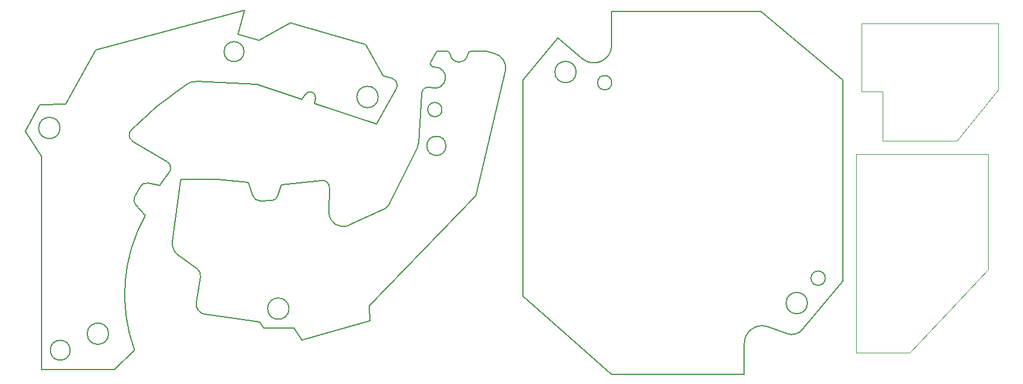
<source format=gbr>
%TF.GenerationSoftware,KiCad,Pcbnew,(7.0.0)*%
%TF.CreationDate,2023-05-27T11:58:37+01:00*%
%TF.ProjectId,all,616c6c2e-6b69-4636-9164-5f7063625858,rev?*%
%TF.SameCoordinates,Original*%
%TF.FileFunction,Profile,NP*%
%FSLAX46Y46*%
G04 Gerber Fmt 4.6, Leading zero omitted, Abs format (unit mm)*
G04 Created by KiCad (PCBNEW (7.0.0)) date 2023-05-27 11:58:37*
%MOMM*%
%LPD*%
G01*
G04 APERTURE LIST*
%TA.AperFunction,Profile*%
%ADD10C,0.200000*%
%TD*%
%TA.AperFunction,Profile*%
%ADD11C,0.100000*%
%TD*%
G04 APERTURE END LIST*
D10*
X78628546Y-56554483D02*
X87309154Y-59452228D01*
X40267553Y-63957838D02*
X40236116Y-93983244D01*
X58189574Y-66200089D02*
X56824246Y-68026526D01*
X47866241Y-48960753D02*
X68752029Y-43372794D01*
X68688433Y-49236831D02*
G75*
G03*
X68688433Y-49236831I-1400000J0D01*
G01*
X54803434Y-72301706D02*
X53450932Y-70762703D01*
X52865598Y-60241089D02*
G75*
G03*
X53032926Y-61832165I680443J-732777D01*
G01*
X50513665Y-93994005D02*
X53303265Y-91213955D01*
X53032926Y-61832165D02*
X57901771Y-64743051D01*
X88216073Y-52622172D02*
X89491395Y-52986044D01*
X78628546Y-56554483D02*
X78726153Y-55721118D01*
X39997807Y-56700927D02*
X37924065Y-60442057D01*
X49655350Y-88910489D02*
G75*
G03*
X49655350Y-88910489I-1499999J0D01*
G01*
X70475058Y-53833956D02*
X76859108Y-55962658D01*
X44264058Y-91236906D02*
G75*
G03*
X44264058Y-91236906I-1400000J0D01*
G01*
X47866241Y-48960753D02*
X43599594Y-56657986D01*
X70802766Y-47653848D02*
X75195620Y-45211265D01*
X75195620Y-45211265D02*
X85773491Y-48229319D01*
X55162175Y-67730861D02*
G75*
G03*
X54116713Y-68222922I-175115J-984597D01*
G01*
X43599594Y-56657986D02*
X39997807Y-56700927D01*
X55162175Y-67730861D02*
X56824246Y-68026526D01*
X56406775Y-56952660D02*
X60641367Y-53830414D01*
X40236116Y-93983244D02*
X50513665Y-93994005D01*
X78726152Y-55721118D02*
G75*
G03*
X77270458Y-55326656I-755695J94463D01*
G01*
X61919736Y-53442253D02*
G75*
G03*
X60641367Y-53830415I-91466J-1997930D01*
G01*
X67815642Y-46801568D02*
X68752029Y-43372794D01*
X53331765Y-69610094D02*
G75*
G03*
X53450932Y-70762703I870223J-492493D01*
G01*
X90091647Y-54432478D02*
G75*
G03*
X89491395Y-52986044I-874589J484822D01*
G01*
X85773491Y-48229319D02*
X88216073Y-52622172D01*
X42828767Y-59972663D02*
G75*
G03*
X42828767Y-59972663I-1499999J0D01*
G01*
X61919736Y-53442252D02*
X70475058Y-53833956D01*
X58189574Y-66200089D02*
G75*
G03*
X57901771Y-64743051I-801041J598717D01*
G01*
X54803435Y-72301706D02*
G75*
G03*
X53303266Y-91213955I19897669J-11093958D01*
G01*
X53331764Y-69610094D02*
X54116712Y-68222922D01*
X87309154Y-59452228D02*
X90091646Y-54432478D01*
X70802766Y-47653848D02*
X67815642Y-46801568D01*
X87552344Y-55607816D02*
G75*
G03*
X87552344Y-55607816I-1500001J0D01*
G01*
X76859108Y-55962658D02*
X77270457Y-55326656D01*
X56406775Y-56952660D02*
X52865598Y-60241089D01*
X37924065Y-60442057D02*
X40267553Y-63957838D01*
D11*
X173214160Y-79861560D02*
X162214160Y-91611560D01*
X154714160Y-91611560D01*
X154714160Y-63611560D01*
X173214160Y-63611560D01*
X173214160Y-79861560D01*
X174700000Y-54550000D02*
X168850000Y-61800000D01*
X158450000Y-61800000D01*
X158450000Y-54800000D01*
X155450000Y-54800000D01*
X155450000Y-45300000D01*
X174700000Y-45300000D01*
X174700000Y-54550000D01*
D10*
X115374832Y-52101304D02*
G75*
G03*
X115374832Y-52101304I-1500000J0D01*
G01*
X107874832Y-53201304D02*
X112801372Y-47330082D01*
X141362463Y-43601304D02*
X152874832Y-53201304D01*
X138993897Y-94601304D02*
X120362463Y-94601304D01*
X144966746Y-88899298D02*
G75*
G03*
X147182875Y-88305488I684024J1879444D01*
G01*
X116255494Y-50228434D02*
G75*
G03*
X120362463Y-48313323I1606968J1915113D01*
G01*
X120362463Y-94601304D02*
X107874832Y-83601304D01*
X107874832Y-83601304D02*
X107874832Y-53201304D01*
X120374832Y-53601304D02*
G75*
G03*
X120374832Y-53601304I-1000000J0D01*
G01*
X150374832Y-81101304D02*
G75*
G03*
X150374832Y-81101304I-1000000J0D01*
G01*
X138993897Y-90295729D02*
X138993897Y-94601304D01*
X152874832Y-53201304D02*
X152874832Y-81522077D01*
X112801372Y-47330082D02*
X116255494Y-50228434D01*
X147874832Y-84601304D02*
G75*
G03*
X147874832Y-84601304I-1500000J0D01*
G01*
X142348947Y-87946497D02*
G75*
G03*
X138993897Y-90295729I-855083J-2349184D01*
G01*
X152874832Y-81522077D02*
X147182875Y-88305488D01*
X120362463Y-48313323D02*
X120362463Y-43601304D01*
X144966746Y-88899298D02*
X142348947Y-87946497D01*
X120362463Y-43601304D02*
X141362463Y-43601304D01*
X80629607Y-71809245D02*
G75*
G03*
X83461805Y-73662208I1999755J-34380D01*
G01*
X102685678Y-49200409D02*
X103936196Y-49513583D01*
X62566447Y-80819645D02*
G75*
G03*
X62165837Y-79849946I-987169J159774D01*
G01*
X80689221Y-68349882D02*
X80629606Y-71809245D01*
X80689220Y-68349882D02*
G75*
G03*
X79584668Y-67338152I-999895J17178D01*
G01*
X97665622Y-49604682D02*
G75*
G03*
X100143898Y-49604682I1239138J164426D01*
G01*
X94979773Y-54288580D02*
G75*
G03*
X93627733Y-55164440I-353793J-935343D01*
G01*
X102685678Y-49200409D02*
G75*
G03*
X102442745Y-49170452I-242908J-969836D01*
G01*
X93009924Y-62869788D02*
G75*
G03*
X93214630Y-62100102I-1791525J888540D01*
G01*
X105398474Y-51906143D02*
X101324121Y-69448455D01*
X101324121Y-69448455D02*
X86311151Y-85006481D01*
X94932314Y-50652354D02*
X95663695Y-49301428D01*
X95883543Y-49170453D02*
G75*
G03*
X95663696Y-49301428I-78J-249868D01*
G01*
X100639555Y-49170452D02*
X102442745Y-49170452D01*
X69259911Y-67623156D02*
X69950248Y-69552205D01*
X58646456Y-76014809D02*
X59775590Y-67185997D01*
X64951990Y-67185997D02*
X69259911Y-67623156D01*
X94979773Y-54288579D02*
G75*
G03*
X95406630Y-51389203I530693J1402979D01*
G01*
X61973644Y-84482063D02*
X62566448Y-80819645D01*
X88245553Y-71472245D02*
G75*
G03*
X89204812Y-70542343I-832603J1818612D01*
G01*
X70900569Y-70215227D02*
X72494367Y-70201211D01*
X86311151Y-85006481D02*
X86385185Y-87095319D01*
X69950249Y-69552205D02*
G75*
G03*
X70900569Y-70215226I941516J336926D01*
G01*
X71449313Y-88135857D02*
X70894885Y-87265039D01*
X93214630Y-62100102D02*
X93627732Y-55164440D01*
X76856046Y-89793839D02*
X75726750Y-88135857D01*
X61973645Y-84482063D02*
G75*
G03*
X63248878Y-86207593I1480671J-239715D01*
G01*
X83461805Y-73662208D02*
X88245553Y-71472245D01*
X58646456Y-76014809D02*
G75*
G03*
X59457214Y-77888365I1983971J-253662D01*
G01*
X73978777Y-67928362D02*
X79584668Y-67338152D01*
X62165837Y-79849945D02*
X59457214Y-77888365D01*
X100639555Y-49170452D02*
G75*
G03*
X100143899Y-49604682I-72J-499918D01*
G01*
X96510488Y-57385603D02*
G75*
G03*
X96510488Y-57385603I-1000000J0D01*
G01*
X59775590Y-67185997D02*
X64951990Y-67185997D01*
X86385185Y-87095319D02*
X76856046Y-89793839D01*
X94932315Y-50652354D02*
G75*
G03*
X95406630Y-51389202I439768J-238002D01*
G01*
X75010488Y-85385603D02*
G75*
G03*
X75010488Y-85385603I-1500000J0D01*
G01*
X97073126Y-62490351D02*
G75*
G03*
X97073126Y-62490351I-1350000J0D01*
G01*
X75726750Y-88135857D02*
X71449313Y-88135857D01*
X89204813Y-70542343D02*
X93009924Y-62869788D01*
X72494367Y-70201211D02*
G75*
G03*
X73431584Y-69525384I-8836J1000019D01*
G01*
X73431584Y-69525384D02*
X73978777Y-67928362D01*
X105398473Y-51906143D02*
G75*
G03*
X103936196Y-49513583I-1948043J452536D01*
G01*
X70894885Y-87265039D02*
X63248878Y-86207593D01*
X95883543Y-49170452D02*
X97169967Y-49170452D01*
X97665622Y-49604682D02*
G75*
G03*
X97169967Y-49170452I-495702J-65823D01*
G01*
M02*

</source>
